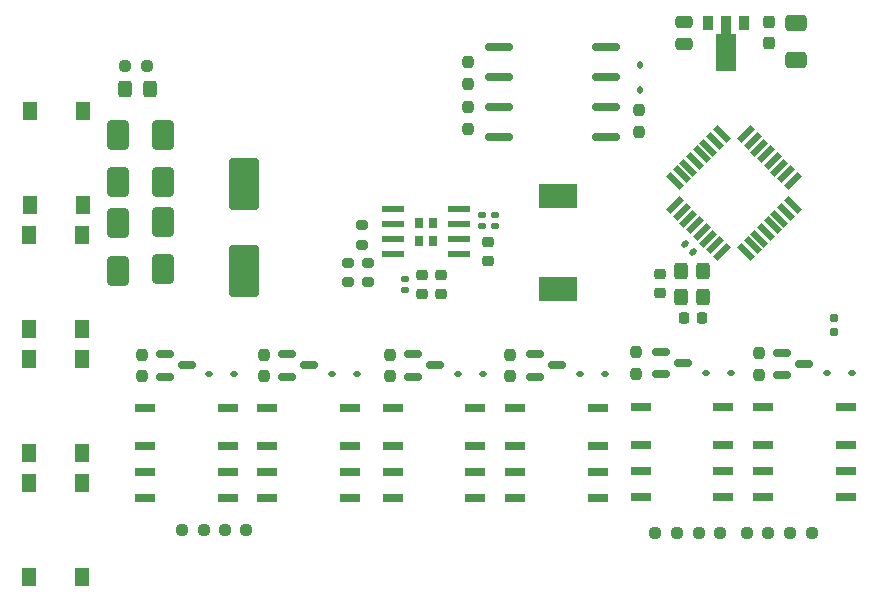
<source format=gbr>
%TF.GenerationSoftware,KiCad,Pcbnew,7.0.7*%
%TF.CreationDate,2023-12-19T09:30:13+01:00*%
%TF.ProjectId,OS-servoDriver_relay,4f532d73-6572-4766-9f44-72697665725f,rev?*%
%TF.SameCoordinates,Original*%
%TF.FileFunction,Paste,Top*%
%TF.FilePolarity,Positive*%
%FSLAX46Y46*%
G04 Gerber Fmt 4.6, Leading zero omitted, Abs format (unit mm)*
G04 Created by KiCad (PCBNEW 7.0.7) date 2023-12-19 09:30:13*
%MOMM*%
%LPD*%
G01*
G04 APERTURE LIST*
G04 Aperture macros list*
%AMRoundRect*
0 Rectangle with rounded corners*
0 $1 Rounding radius*
0 $2 $3 $4 $5 $6 $7 $8 $9 X,Y pos of 4 corners*
0 Add a 4 corners polygon primitive as box body*
4,1,4,$2,$3,$4,$5,$6,$7,$8,$9,$2,$3,0*
0 Add four circle primitives for the rounded corners*
1,1,$1+$1,$2,$3*
1,1,$1+$1,$4,$5*
1,1,$1+$1,$6,$7*
1,1,$1+$1,$8,$9*
0 Add four rect primitives between the rounded corners*
20,1,$1+$1,$2,$3,$4,$5,0*
20,1,$1+$1,$4,$5,$6,$7,0*
20,1,$1+$1,$6,$7,$8,$9,0*
20,1,$1+$1,$8,$9,$2,$3,0*%
%AMRotRect*
0 Rectangle, with rotation*
0 The origin of the aperture is its center*
0 $1 length*
0 $2 width*
0 $3 Rotation angle, in degrees counterclockwise*
0 Add horizontal line*
21,1,$1,$2,0,0,$3*%
%AMFreePoly0*
4,1,9,3.862500,-0.866500,0.737500,-0.866500,0.737500,-0.450000,-0.737500,-0.450000,-0.737500,0.450000,0.737500,0.450000,0.737500,0.866500,3.862500,0.866500,3.862500,-0.866500,3.862500,-0.866500,$1*%
G04 Aperture macros list end*
%ADD10RoundRect,0.250000X-1.000000X1.950000X-1.000000X-1.950000X1.000000X-1.950000X1.000000X1.950000X0*%
%ADD11RoundRect,0.237500X0.237500X-0.250000X0.237500X0.250000X-0.237500X0.250000X-0.237500X-0.250000X0*%
%ADD12RoundRect,0.112500X-0.187500X-0.112500X0.187500X-0.112500X0.187500X0.112500X-0.187500X0.112500X0*%
%ADD13RoundRect,0.225000X-0.250000X0.225000X-0.250000X-0.225000X0.250000X-0.225000X0.250000X0.225000X0*%
%ADD14RoundRect,0.140000X0.170000X-0.140000X0.170000X0.140000X-0.170000X0.140000X-0.170000X-0.140000X0*%
%ADD15RoundRect,0.250000X0.650000X-1.000000X0.650000X1.000000X-0.650000X1.000000X-0.650000X-1.000000X0*%
%ADD16RoundRect,0.112500X0.112500X-0.187500X0.112500X0.187500X-0.112500X0.187500X-0.112500X-0.187500X0*%
%ADD17RoundRect,0.225000X0.250000X-0.225000X0.250000X0.225000X-0.250000X0.225000X-0.250000X-0.225000X0*%
%ADD18R,1.800000X0.800000*%
%ADD19RoundRect,0.250000X-0.650000X1.000000X-0.650000X-1.000000X0.650000X-1.000000X0.650000X1.000000X0*%
%ADD20RoundRect,0.160000X0.160000X-0.197500X0.160000X0.197500X-0.160000X0.197500X-0.160000X-0.197500X0*%
%ADD21RoundRect,0.250000X-0.475000X0.250000X-0.475000X-0.250000X0.475000X-0.250000X0.475000X0.250000X0*%
%ADD22RoundRect,0.237500X0.250000X0.237500X-0.250000X0.237500X-0.250000X-0.237500X0.250000X-0.237500X0*%
%ADD23R,1.300000X1.550000*%
%ADD24R,1.910000X0.610000*%
%ADD25R,0.723000X0.930000*%
%ADD26RoundRect,0.150000X-0.587500X-0.150000X0.587500X-0.150000X0.587500X0.150000X-0.587500X0.150000X0*%
%ADD27RoundRect,0.200000X0.275000X-0.200000X0.275000X0.200000X-0.275000X0.200000X-0.275000X-0.200000X0*%
%ADD28RoundRect,0.250000X-0.650000X0.412500X-0.650000X-0.412500X0.650000X-0.412500X0.650000X0.412500X0*%
%ADD29R,3.200000X2.000000*%
%ADD30RoundRect,0.162500X1.012500X0.162500X-1.012500X0.162500X-1.012500X-0.162500X1.012500X-0.162500X0*%
%ADD31RoundRect,0.237500X-0.237500X0.300000X-0.237500X-0.300000X0.237500X-0.300000X0.237500X0.300000X0*%
%ADD32RoundRect,0.300000X-0.300000X0.400000X-0.300000X-0.400000X0.300000X-0.400000X0.300000X0.400000X0*%
%ADD33R,0.900000X1.300000*%
%ADD34FreePoly0,270.000000*%
%ADD35RotRect,1.600000X0.550000X45.000000*%
%ADD36RotRect,1.600000X0.550000X135.000000*%
%ADD37RoundRect,0.225000X-0.225000X-0.250000X0.225000X-0.250000X0.225000X0.250000X-0.225000X0.250000X0*%
%ADD38RoundRect,0.200000X-0.275000X0.200000X-0.275000X-0.200000X0.275000X-0.200000X0.275000X0.200000X0*%
%ADD39RoundRect,0.237500X-0.250000X-0.237500X0.250000X-0.237500X0.250000X0.237500X-0.250000X0.237500X0*%
%ADD40RoundRect,0.250000X0.325000X0.450000X-0.325000X0.450000X-0.325000X-0.450000X0.325000X-0.450000X0*%
%ADD41RoundRect,0.140000X0.219203X0.021213X0.021213X0.219203X-0.219203X-0.021213X-0.021213X-0.219203X0*%
G04 APERTURE END LIST*
D10*
%TO.C,C1101*%
X192405000Y-118203000D03*
X192405000Y-125603000D03*
%TD*%
D11*
%TO.C,R703*%
X183769000Y-134516500D03*
X183769000Y-132691500D03*
%TD*%
D12*
%TO.C,D801*%
X210532000Y-134366000D03*
X212632000Y-134366000D03*
%TD*%
D13*
%TO.C,C901*%
X213025500Y-123177000D03*
X213025500Y-124727000D03*
%TD*%
D14*
%TO.C,C906*%
X206040500Y-127224000D03*
X206040500Y-126264000D03*
%TD*%
D15*
%TO.C,D1101*%
X185547000Y-118108000D03*
X185547000Y-114108000D03*
%TD*%
D16*
%TO.C,D1001*%
X225937000Y-110293000D03*
X225937000Y-108193000D03*
%TD*%
D17*
%TO.C,C201*%
X227641990Y-127429583D03*
X227641990Y-125879583D03*
%TD*%
D18*
%TO.C,K802*%
X215323646Y-137200000D03*
X215323646Y-140400000D03*
X215323646Y-142600000D03*
X215323646Y-144800000D03*
X222323646Y-144800000D03*
X222323646Y-142600000D03*
X222323646Y-140400000D03*
X222323646Y-137200000D03*
%TD*%
%TO.C,K701*%
X184000000Y-137200000D03*
X184000000Y-140400000D03*
X184000000Y-142600000D03*
X184000000Y-144800000D03*
X191000000Y-144800000D03*
X191000000Y-142600000D03*
X191000000Y-140400000D03*
X191000000Y-137200000D03*
%TD*%
D19*
%TO.C,D1103*%
X185527000Y-121474000D03*
X185527000Y-125474000D03*
%TD*%
D14*
%TO.C,C902*%
X212517500Y-121793000D03*
X212517500Y-120833000D03*
%TD*%
D20*
%TO.C,R202*%
X242316000Y-130772500D03*
X242316000Y-129577500D03*
%TD*%
D21*
%TO.C,C301*%
X229616000Y-104486500D03*
X229616000Y-106386500D03*
%TD*%
D11*
%TO.C,R803*%
X204724000Y-134516500D03*
X204724000Y-132691500D03*
%TD*%
D22*
%TO.C,R201*%
X184181000Y-108245000D03*
X182356000Y-108245000D03*
%TD*%
D23*
%TO.C,SW604*%
X174250000Y-119975000D03*
X174250000Y-112025000D03*
X178750000Y-119975000D03*
X178750000Y-112025000D03*
%TD*%
D24*
%TO.C,U901*%
X210566000Y-124206000D03*
X210566000Y-122936000D03*
X210566000Y-121666000D03*
X210566000Y-120396000D03*
X205006000Y-120396000D03*
X205006000Y-121666000D03*
X205006000Y-122936000D03*
X205006000Y-124206000D03*
D25*
X208388500Y-123076000D03*
X208388500Y-121526000D03*
X207183500Y-123076000D03*
X207183500Y-121526000D03*
%TD*%
D18*
%TO.C,K901*%
X225973646Y-137099000D03*
X225973646Y-140299000D03*
X225973646Y-142499000D03*
X225973646Y-144699000D03*
X232973646Y-144699000D03*
X232973646Y-142499000D03*
X232973646Y-140299000D03*
X232973646Y-137099000D03*
%TD*%
D23*
%TO.C,SW601*%
X174153000Y-151475000D03*
X174153000Y-143525000D03*
X178653000Y-151475000D03*
X178653000Y-143525000D03*
%TD*%
D26*
%TO.C,Q802*%
X216994500Y-132654000D03*
X216994500Y-134554000D03*
X218869500Y-133604000D03*
%TD*%
D27*
%TO.C,R901*%
X201214500Y-126555000D03*
X201214500Y-124905000D03*
%TD*%
D17*
%TO.C,C905*%
X209088500Y-127521000D03*
X209088500Y-125971000D03*
%TD*%
D22*
%TO.C,R905*%
X240458000Y-147828000D03*
X238633000Y-147828000D03*
%TD*%
D11*
%TO.C,R704*%
X194056000Y-134516500D03*
X194056000Y-132691500D03*
%TD*%
%TO.C,R907*%
X235966000Y-134389500D03*
X235966000Y-132564500D03*
%TD*%
D28*
%TO.C,C303*%
X239141000Y-104609500D03*
X239141000Y-107734500D03*
%TD*%
D29*
%TO.C,L901*%
X218994500Y-119290000D03*
X218994500Y-127090000D03*
%TD*%
D26*
%TO.C,Q901*%
X227711000Y-132466000D03*
X227711000Y-134366000D03*
X229586000Y-133416000D03*
%TD*%
D12*
%TO.C,D701*%
X189450000Y-134366000D03*
X191550000Y-134366000D03*
%TD*%
D30*
%TO.C,U1001*%
X223012000Y-114300000D03*
X223012000Y-111760000D03*
X223012000Y-109220000D03*
X223012000Y-106680000D03*
X213962000Y-106680000D03*
X213962000Y-109220000D03*
X213962000Y-111760000D03*
X213962000Y-114300000D03*
%TD*%
D27*
%TO.C,R902*%
X202357500Y-123380000D03*
X202357500Y-121730000D03*
%TD*%
D31*
%TO.C,C302*%
X236855000Y-104547500D03*
X236855000Y-106272500D03*
%TD*%
D22*
%TO.C,R802*%
X232711000Y-147828000D03*
X230886000Y-147828000D03*
%TD*%
D12*
%TO.C,D702*%
X199864000Y-134366000D03*
X201964000Y-134366000D03*
%TD*%
D11*
%TO.C,R1001*%
X225810000Y-113838500D03*
X225810000Y-112013500D03*
%TD*%
D18*
%TO.C,K702*%
X194350000Y-137200000D03*
X194350000Y-140400000D03*
X194350000Y-142600000D03*
X194350000Y-144800000D03*
X201350000Y-144800000D03*
X201350000Y-142600000D03*
X201350000Y-140400000D03*
X201350000Y-137200000D03*
%TD*%
D22*
%TO.C,R702*%
X192579000Y-147574000D03*
X190754000Y-147574000D03*
%TD*%
D11*
%TO.C,R906*%
X225600500Y-134328500D03*
X225600500Y-132503500D03*
%TD*%
D32*
%TO.C,Y201*%
X229392990Y-125597583D03*
X229392990Y-127797583D03*
X231292990Y-127797583D03*
X231292990Y-125597583D03*
%TD*%
D18*
%TO.C,K902*%
X236323646Y-137099000D03*
X236323646Y-140299000D03*
X236323646Y-142499000D03*
X236323646Y-144699000D03*
X243323646Y-144699000D03*
X243323646Y-142499000D03*
X243323646Y-140299000D03*
X243323646Y-137099000D03*
%TD*%
D26*
%TO.C,Q702*%
X196039500Y-132654000D03*
X196039500Y-134554000D03*
X197914500Y-133604000D03*
%TD*%
D23*
%TO.C,SW602*%
X174153000Y-140975000D03*
X174153000Y-133025000D03*
X178653000Y-140975000D03*
X178653000Y-133025000D03*
%TD*%
D14*
%TO.C,C903*%
X213660500Y-121793000D03*
X213660500Y-120833000D03*
%TD*%
D12*
%TO.C,D802*%
X220819000Y-134366000D03*
X222919000Y-134366000D03*
%TD*%
D33*
%TO.C,U301*%
X234696000Y-104648000D03*
D34*
X233196000Y-104735500D03*
D33*
X231696000Y-104648000D03*
%TD*%
D19*
%TO.C,D1102*%
X181737000Y-114110000D03*
X181737000Y-118110000D03*
%TD*%
D35*
%TO.C,U202*%
X228888887Y-120049888D03*
X229454573Y-120615573D03*
X230020258Y-121181259D03*
X230585943Y-121746944D03*
X231151629Y-122312630D03*
X231717314Y-122878315D03*
X232283000Y-123444000D03*
X232848685Y-124009686D03*
D36*
X234899295Y-124009686D03*
X235464980Y-123444000D03*
X236030666Y-122878315D03*
X236596351Y-122312630D03*
X237162037Y-121746944D03*
X237727722Y-121181259D03*
X238293407Y-120615573D03*
X238859093Y-120049888D03*
D35*
X238859093Y-117999278D03*
X238293407Y-117433593D03*
X237727722Y-116867907D03*
X237162037Y-116302222D03*
X236596351Y-115736536D03*
X236030666Y-115170851D03*
X235464980Y-114605166D03*
X234899295Y-114039480D03*
D36*
X232848685Y-114039480D03*
X232283000Y-114605166D03*
X231717314Y-115170851D03*
X231151629Y-115736536D03*
X230585943Y-116302222D03*
X230020258Y-116867907D03*
X229454573Y-117433593D03*
X228888887Y-117999278D03*
%TD*%
D26*
%TO.C,Q701*%
X185704000Y-132654000D03*
X185704000Y-134554000D03*
X187579000Y-133604000D03*
%TD*%
D37*
%TO.C,C203*%
X229628990Y-129575583D03*
X231178990Y-129575583D03*
%TD*%
D15*
%TO.C,D1104*%
X181737000Y-125569000D03*
X181737000Y-121569000D03*
%TD*%
D38*
%TO.C,R903*%
X202865500Y-124905000D03*
X202865500Y-126555000D03*
%TD*%
D26*
%TO.C,Q902*%
X237949500Y-132527000D03*
X237949500Y-134427000D03*
X239824500Y-133477000D03*
%TD*%
D39*
%TO.C,R904*%
X234950000Y-147828000D03*
X236775000Y-147828000D03*
%TD*%
D40*
%TO.C,D201*%
X184404000Y-110236000D03*
X182354000Y-110236000D03*
%TD*%
D39*
%TO.C,R701*%
X187174500Y-147574000D03*
X188999500Y-147574000D03*
%TD*%
D11*
%TO.C,R1003*%
X211332000Y-109774500D03*
X211332000Y-107949500D03*
%TD*%
%TO.C,R1002*%
X211332000Y-113584500D03*
X211332000Y-111759500D03*
%TD*%
%TO.C,R804*%
X214884000Y-134516500D03*
X214884000Y-132691500D03*
%TD*%
D41*
%TO.C,C202*%
X230403990Y-123987583D03*
X229725168Y-123308761D03*
%TD*%
D12*
%TO.C,D901*%
X231487000Y-134239000D03*
X233587000Y-134239000D03*
%TD*%
D39*
%TO.C,R801*%
X227226500Y-147828000D03*
X229051500Y-147828000D03*
%TD*%
D17*
%TO.C,C904*%
X207422500Y-127521000D03*
X207422500Y-125971000D03*
%TD*%
D26*
%TO.C,Q801*%
X206707500Y-132654000D03*
X206707500Y-134554000D03*
X208582500Y-133604000D03*
%TD*%
D18*
%TO.C,K801*%
X204973646Y-137200000D03*
X204973646Y-140400000D03*
X204973646Y-142600000D03*
X204973646Y-144800000D03*
X211973646Y-144800000D03*
X211973646Y-142600000D03*
X211973646Y-140400000D03*
X211973646Y-137200000D03*
%TD*%
D23*
%TO.C,SW603*%
X174153000Y-130475000D03*
X174153000Y-122525000D03*
X178653000Y-130475000D03*
X178653000Y-122525000D03*
%TD*%
D12*
%TO.C,D902*%
X241774000Y-134239000D03*
X243874000Y-134239000D03*
%TD*%
M02*

</source>
